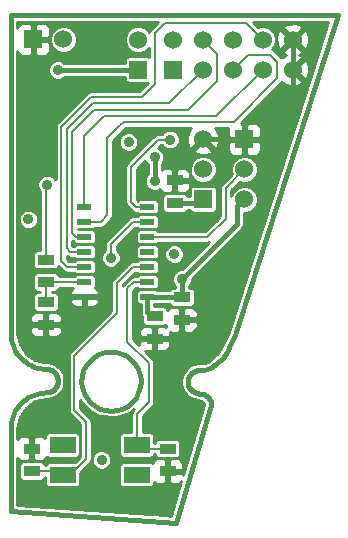
<source format=gtl>
G04 (created by PCBNEW-RS274X (2012-01-19 BZR 3256)-stable) date 21-08-2012 21:20:30*
G01*
G70*
G90*
%MOIN*%
G04 Gerber Fmt 3.4, Leading zero omitted, Abs format*
%FSLAX34Y34*%
G04 APERTURE LIST*
%ADD10C,0.006000*%
%ADD11C,0.015000*%
%ADD12R,0.055000X0.035000*%
%ADD13R,0.060000X0.060000*%
%ADD14C,0.060000*%
%ADD15R,0.086600X0.055100*%
%ADD16R,0.045000X0.020000*%
%ADD17C,0.035000*%
%ADD18C,0.016000*%
%ADD19C,0.008000*%
%ADD20C,0.010000*%
G04 APERTURE END LIST*
G54D10*
G54D11*
X50413Y-33996D02*
X50610Y-33819D01*
X50256Y-34114D02*
X50413Y-33996D01*
X50197Y-34154D02*
X50256Y-34114D01*
X50098Y-34193D02*
X50197Y-34154D01*
X49980Y-34213D02*
X50098Y-34193D01*
X49843Y-34213D02*
X49980Y-34213D01*
X50768Y-33602D02*
X50610Y-33819D01*
X50906Y-33327D02*
X50768Y-33602D01*
X51024Y-33031D02*
X50906Y-33327D01*
X49843Y-34212D02*
X49809Y-34214D01*
X49775Y-34218D01*
X49742Y-34226D01*
X49709Y-34236D01*
X49677Y-34249D01*
X49647Y-34265D01*
X49618Y-34284D01*
X49590Y-34305D01*
X49565Y-34328D01*
X49542Y-34353D01*
X49521Y-34381D01*
X49502Y-34410D01*
X49486Y-34440D01*
X49473Y-34472D01*
X49463Y-34505D01*
X49455Y-34538D01*
X49451Y-34572D01*
X49449Y-34606D01*
X50237Y-35394D02*
X50235Y-35360D01*
X50231Y-35326D01*
X50223Y-35293D01*
X50213Y-35260D01*
X50200Y-35228D01*
X50184Y-35198D01*
X50165Y-35169D01*
X50144Y-35141D01*
X50121Y-35116D01*
X50096Y-35093D01*
X50068Y-35072D01*
X50040Y-35053D01*
X50009Y-35037D01*
X49977Y-35024D01*
X49944Y-35014D01*
X49911Y-35006D01*
X49877Y-35002D01*
X49843Y-35000D01*
X49449Y-34606D02*
X49451Y-34640D01*
X49455Y-34674D01*
X49463Y-34707D01*
X49473Y-34740D01*
X49486Y-34772D01*
X49502Y-34802D01*
X49521Y-34831D01*
X49542Y-34859D01*
X49565Y-34884D01*
X49590Y-34907D01*
X49618Y-34928D01*
X49647Y-34947D01*
X49677Y-34963D01*
X49709Y-34976D01*
X49742Y-34986D01*
X49775Y-34994D01*
X49809Y-34998D01*
X49843Y-35000D01*
X44724Y-34961D02*
X44622Y-34966D01*
X44519Y-34979D01*
X44419Y-35002D01*
X44321Y-35033D01*
X44225Y-35072D01*
X44134Y-35120D01*
X44047Y-35175D01*
X43965Y-35238D01*
X43889Y-35307D01*
X43820Y-35383D01*
X43757Y-35465D01*
X43702Y-35552D01*
X43654Y-35643D01*
X43615Y-35739D01*
X43584Y-35837D01*
X43561Y-35937D01*
X43548Y-36040D01*
X43543Y-36142D01*
X44724Y-34961D02*
X44758Y-34959D01*
X44792Y-34955D01*
X44825Y-34947D01*
X44858Y-34937D01*
X44890Y-34924D01*
X44921Y-34908D01*
X44949Y-34889D01*
X44977Y-34868D01*
X45002Y-34845D01*
X45025Y-34820D01*
X45046Y-34792D01*
X45065Y-34763D01*
X45081Y-34733D01*
X45094Y-34701D01*
X45104Y-34668D01*
X45112Y-34635D01*
X45116Y-34601D01*
X45118Y-34567D01*
X45118Y-34567D02*
X45116Y-34533D01*
X45112Y-34499D01*
X45104Y-34466D01*
X45094Y-34433D01*
X45081Y-34401D01*
X45065Y-34371D01*
X45046Y-34342D01*
X45025Y-34314D01*
X45002Y-34289D01*
X44977Y-34266D01*
X44949Y-34245D01*
X44921Y-34226D01*
X44890Y-34210D01*
X44858Y-34197D01*
X44825Y-34187D01*
X44792Y-34179D01*
X44758Y-34175D01*
X44724Y-34173D01*
X43543Y-32992D02*
X43548Y-33094D01*
X43561Y-33197D01*
X43584Y-33297D01*
X43615Y-33395D01*
X43654Y-33491D01*
X43702Y-33582D01*
X43757Y-33669D01*
X43820Y-33751D01*
X43889Y-33827D01*
X43965Y-33896D01*
X44047Y-33959D01*
X44134Y-34014D01*
X44225Y-34062D01*
X44321Y-34101D01*
X44419Y-34132D01*
X44519Y-34155D01*
X44622Y-34168D01*
X44724Y-34173D01*
X51024Y-33031D02*
X54449Y-22382D01*
X43543Y-32992D02*
X43543Y-22382D01*
X43543Y-22382D02*
X54449Y-22382D01*
X47878Y-34587D02*
X47859Y-34778D01*
X47803Y-34963D01*
X47712Y-35133D01*
X47591Y-35283D01*
X47442Y-35406D01*
X47272Y-35497D01*
X47088Y-35554D01*
X46896Y-35574D01*
X46705Y-35557D01*
X46520Y-35503D01*
X46350Y-35413D01*
X46199Y-35292D01*
X46075Y-35145D01*
X45982Y-34976D01*
X45924Y-34792D01*
X45903Y-34600D01*
X45919Y-34409D01*
X45972Y-34224D01*
X46060Y-34052D01*
X46180Y-33901D01*
X46327Y-33776D01*
X46495Y-33682D01*
X46678Y-33623D01*
X46870Y-33600D01*
X47061Y-33615D01*
X47247Y-33666D01*
X47419Y-33753D01*
X47571Y-33872D01*
X47697Y-34018D01*
X47792Y-34186D01*
X47853Y-34369D01*
X47877Y-34560D01*
X47878Y-34587D01*
X50236Y-35394D02*
X49055Y-39311D01*
X43543Y-38917D02*
X43543Y-36102D01*
X43543Y-38917D02*
X49055Y-39311D01*
G54D12*
X44252Y-36830D03*
X44252Y-37580D03*
X49016Y-28643D03*
X49016Y-27893D03*
X48346Y-32420D03*
X48346Y-33170D03*
X49252Y-31790D03*
X49252Y-32540D03*
X48780Y-37580D03*
X48780Y-36830D03*
X44724Y-30531D03*
X44724Y-31281D03*
X44724Y-31948D03*
X44724Y-32698D03*
G54D13*
X44303Y-23189D03*
G54D14*
X45303Y-23189D03*
G54D13*
X51339Y-26520D03*
G54D14*
X51339Y-27520D03*
X51339Y-28520D03*
G54D15*
X45276Y-37698D03*
X47756Y-37698D03*
X45276Y-36714D03*
X47756Y-36714D03*
G54D16*
X48108Y-31776D03*
X48108Y-31276D03*
X48108Y-30776D03*
X48108Y-30276D03*
X48108Y-29776D03*
X48108Y-29276D03*
X48108Y-28776D03*
X46008Y-28776D03*
X46008Y-29276D03*
X46008Y-29776D03*
X46008Y-30276D03*
X46008Y-30776D03*
X46008Y-31276D03*
X46008Y-31776D03*
G54D13*
X49961Y-28520D03*
G54D14*
X49961Y-27520D03*
X49961Y-26520D03*
G54D13*
X47795Y-24201D03*
G54D14*
X47795Y-23201D03*
G54D13*
X48945Y-24201D03*
G54D14*
X48945Y-23201D03*
X49945Y-24201D03*
X49945Y-23201D03*
X50945Y-24201D03*
X50945Y-23201D03*
X51945Y-24201D03*
X51945Y-23201D03*
X52945Y-24201D03*
X52945Y-23201D03*
G54D17*
X47480Y-26614D03*
X46575Y-37205D03*
X44134Y-29193D03*
X48996Y-30354D03*
X48346Y-27913D03*
X49252Y-31181D03*
X48346Y-27126D03*
X45118Y-24213D03*
X48858Y-26535D03*
X44764Y-28031D03*
X46890Y-30472D03*
G54D18*
X48247Y-32420D02*
X48108Y-32281D01*
X48346Y-27913D02*
X48346Y-27126D01*
X48346Y-32420D02*
X48247Y-32420D01*
X51102Y-29331D02*
X51102Y-28757D01*
X50866Y-29567D02*
X51102Y-29331D01*
X49252Y-31790D02*
X48122Y-31790D01*
X49252Y-31181D02*
X49252Y-31790D01*
X51102Y-28757D02*
X51339Y-28520D01*
X48122Y-31790D02*
X48108Y-31776D01*
X49252Y-31181D02*
X50866Y-29567D01*
X48108Y-32281D02*
X48108Y-31776D01*
G54D19*
X44729Y-31276D02*
X44724Y-31281D01*
X44724Y-31948D02*
X44724Y-31281D01*
X46008Y-31276D02*
X44729Y-31276D01*
X45418Y-30157D02*
X45418Y-26181D01*
X48831Y-25315D02*
X49945Y-24201D01*
X46772Y-25315D02*
X48831Y-25315D01*
X45537Y-30276D02*
X45418Y-30157D01*
X46008Y-30276D02*
X45537Y-30276D01*
X45433Y-26181D02*
X46299Y-25315D01*
X46299Y-25315D02*
X46772Y-25315D01*
X45418Y-26181D02*
X45433Y-26181D01*
G54D18*
X47795Y-24201D02*
X45130Y-24201D01*
X45130Y-24201D02*
X45118Y-24213D01*
G54D19*
X47008Y-25551D02*
X46339Y-25551D01*
X45600Y-26290D02*
X46339Y-25551D01*
X45600Y-26299D02*
X45600Y-29646D01*
X46008Y-29776D02*
X45730Y-29776D01*
X49449Y-25551D02*
X50433Y-24567D01*
X45600Y-26299D02*
X45600Y-26290D01*
X45730Y-29776D02*
X45600Y-29646D01*
X47008Y-25551D02*
X49449Y-25551D01*
X50433Y-24567D02*
X50433Y-23689D01*
X50433Y-23689D02*
X49945Y-23201D01*
G54D18*
X52945Y-25520D02*
X52551Y-25914D01*
X52945Y-24201D02*
X52945Y-25520D01*
X49961Y-26520D02*
X51339Y-26520D01*
X49016Y-27465D02*
X49961Y-26520D01*
X49016Y-27893D02*
X49016Y-27465D01*
X52551Y-25914D02*
X51945Y-26520D01*
X51945Y-26520D02*
X51339Y-26520D01*
X52945Y-23201D02*
X52945Y-24201D01*
G54D19*
X47795Y-25118D02*
X47914Y-25118D01*
X45540Y-30776D02*
X45421Y-30776D01*
X45421Y-30776D02*
X45236Y-30591D01*
X47914Y-25118D02*
X48346Y-24686D01*
X48346Y-24686D02*
X48346Y-22992D01*
X51382Y-22638D02*
X51945Y-23201D01*
X45236Y-30591D02*
X45236Y-26102D01*
X46008Y-30776D02*
X45540Y-30776D01*
X45236Y-26102D02*
X46220Y-25118D01*
X46220Y-25118D02*
X47795Y-25118D01*
X48700Y-22638D02*
X51382Y-22638D01*
X48346Y-22992D02*
X48700Y-22638D01*
X46024Y-26377D02*
X46614Y-25787D01*
X47441Y-25748D02*
X47087Y-25748D01*
X46615Y-25787D02*
X46654Y-25748D01*
X46008Y-28776D02*
X46008Y-26394D01*
X46614Y-25787D02*
X46615Y-25787D01*
X46008Y-26394D02*
X46024Y-26378D01*
X46654Y-25748D02*
X47087Y-25748D01*
X50398Y-25748D02*
X51945Y-24201D01*
X46024Y-26378D02*
X46024Y-26377D01*
X47441Y-25748D02*
X50398Y-25748D01*
X48465Y-26535D02*
X48858Y-26535D01*
X48108Y-28776D02*
X47713Y-28776D01*
X47713Y-28776D02*
X47559Y-28622D01*
X47559Y-27441D02*
X48465Y-26535D01*
X48465Y-26535D02*
X48465Y-26535D01*
X47559Y-28622D02*
X47559Y-27441D01*
X45158Y-37580D02*
X45276Y-37698D01*
X45670Y-33740D02*
X45670Y-35551D01*
X47610Y-30776D02*
X48108Y-30776D01*
X44252Y-37580D02*
X45158Y-37580D01*
X47087Y-31299D02*
X47610Y-30776D01*
X46063Y-37165D02*
X46063Y-35945D01*
X45530Y-37698D02*
X46063Y-37165D01*
X45276Y-37698D02*
X45530Y-37698D01*
X45670Y-35552D02*
X46063Y-35945D01*
X47087Y-32323D02*
X47087Y-31299D01*
X45670Y-35551D02*
X45670Y-35552D01*
X45158Y-37580D02*
X45276Y-37698D01*
X45670Y-33740D02*
X47087Y-32323D01*
X48150Y-33976D02*
X47441Y-33267D01*
X47441Y-33267D02*
X47441Y-31496D01*
X47661Y-31276D02*
X48108Y-31276D01*
X47756Y-35670D02*
X48150Y-35276D01*
X47441Y-31496D02*
X47661Y-31276D01*
X47872Y-36830D02*
X47756Y-36714D01*
X48150Y-35276D02*
X48150Y-33976D01*
X47756Y-36714D02*
X47756Y-35670D01*
X47872Y-36830D02*
X47756Y-36714D01*
X48780Y-36830D02*
X47872Y-36830D01*
X50709Y-29173D02*
X50709Y-28150D01*
X48108Y-29776D02*
X50106Y-29776D01*
X50106Y-29776D02*
X50709Y-29173D01*
X50709Y-28150D02*
X51339Y-27520D01*
X52441Y-24488D02*
X52441Y-23937D01*
X46551Y-29276D02*
X46772Y-29055D01*
X47205Y-26063D02*
X47323Y-25945D01*
X47323Y-25945D02*
X47638Y-25945D01*
X46008Y-29276D02*
X46551Y-29276D01*
X52441Y-23937D02*
X52205Y-23701D01*
X47638Y-25945D02*
X50984Y-25945D01*
X52205Y-23701D02*
X51445Y-23701D01*
X51445Y-23701D02*
X50945Y-24201D01*
X46772Y-26535D02*
X46772Y-26496D01*
X50984Y-25945D02*
X52441Y-24488D01*
X46772Y-26496D02*
X47205Y-26063D01*
X46772Y-26535D02*
X46772Y-29055D01*
G54D18*
X49016Y-28643D02*
X49838Y-28643D01*
X49838Y-28643D02*
X49961Y-28520D01*
G54D19*
X44724Y-28071D02*
X44724Y-29567D01*
X44724Y-30531D02*
X44724Y-29567D01*
X44724Y-28071D02*
X44764Y-28031D01*
X47614Y-29276D02*
X46890Y-30000D01*
X48108Y-29276D02*
X47614Y-29276D01*
X46890Y-30000D02*
X46890Y-30472D01*
G54D10*
G36*
X54134Y-22607D02*
X53488Y-24619D01*
X53488Y-24280D01*
X53488Y-23280D01*
X53477Y-23067D01*
X53417Y-22920D01*
X53323Y-22893D01*
X53253Y-22963D01*
X53253Y-22823D01*
X53226Y-22729D01*
X53024Y-22658D01*
X52811Y-22669D01*
X52664Y-22729D01*
X52637Y-22823D01*
X52945Y-23130D01*
X53253Y-22823D01*
X53253Y-22963D01*
X53016Y-23201D01*
X53323Y-23509D01*
X53417Y-23482D01*
X53488Y-23280D01*
X53488Y-24280D01*
X53477Y-24067D01*
X53417Y-23920D01*
X53323Y-23893D01*
X53253Y-23963D01*
X53016Y-24201D01*
X53323Y-24509D01*
X53417Y-24482D01*
X53488Y-24280D01*
X53488Y-24619D01*
X53253Y-25351D01*
X51889Y-29599D01*
X51889Y-26632D01*
X51889Y-26408D01*
X51888Y-26171D01*
X51850Y-26079D01*
X51780Y-26009D01*
X51689Y-25971D01*
X51590Y-25971D01*
X51451Y-25970D01*
X51389Y-26032D01*
X51389Y-26470D01*
X51827Y-26470D01*
X51889Y-26408D01*
X51889Y-26632D01*
X51827Y-26570D01*
X51389Y-26570D01*
X51389Y-27008D01*
X51451Y-27070D01*
X51590Y-27069D01*
X51689Y-27069D01*
X51780Y-27031D01*
X51850Y-26961D01*
X51888Y-26869D01*
X51889Y-26632D01*
X51889Y-29599D01*
X51788Y-29914D01*
X51788Y-28610D01*
X51788Y-28431D01*
X51720Y-28266D01*
X51594Y-28140D01*
X51429Y-28071D01*
X51250Y-28071D01*
X51085Y-28139D01*
X50959Y-28265D01*
X50899Y-28408D01*
X50899Y-28228D01*
X51185Y-27942D01*
X51249Y-27969D01*
X51428Y-27969D01*
X51593Y-27901D01*
X51719Y-27775D01*
X51788Y-27610D01*
X51788Y-27431D01*
X51720Y-27266D01*
X51594Y-27140D01*
X51429Y-27071D01*
X51289Y-27071D01*
X51289Y-27008D01*
X51289Y-26570D01*
X50851Y-26570D01*
X50789Y-26632D01*
X50790Y-26869D01*
X50828Y-26961D01*
X50898Y-27031D01*
X50989Y-27069D01*
X51088Y-27069D01*
X51227Y-27070D01*
X51289Y-27008D01*
X51289Y-27071D01*
X51250Y-27071D01*
X51085Y-27139D01*
X50959Y-27265D01*
X50890Y-27430D01*
X50890Y-27609D01*
X50916Y-27673D01*
X50575Y-28016D01*
X50533Y-28077D01*
X50519Y-28150D01*
X50519Y-29094D01*
X50504Y-29109D01*
X50410Y-29203D01*
X50410Y-28849D01*
X50410Y-28790D01*
X50410Y-28190D01*
X50410Y-27610D01*
X50410Y-27431D01*
X50342Y-27266D01*
X50269Y-27193D01*
X50269Y-26898D01*
X49961Y-26591D01*
X49890Y-26661D01*
X49653Y-26898D01*
X49680Y-26992D01*
X49882Y-27063D01*
X50095Y-27052D01*
X50242Y-26992D01*
X50269Y-26898D01*
X50269Y-27193D01*
X50216Y-27140D01*
X50051Y-27071D01*
X49872Y-27071D01*
X49707Y-27139D01*
X49581Y-27265D01*
X49512Y-27430D01*
X49512Y-27601D01*
X49502Y-27577D01*
X49432Y-27507D01*
X49341Y-27469D01*
X49242Y-27469D01*
X49183Y-27468D01*
X49183Y-26600D01*
X49183Y-26471D01*
X49134Y-26351D01*
X49043Y-26260D01*
X48923Y-26210D01*
X48794Y-26210D01*
X48674Y-26259D01*
X48588Y-26345D01*
X48465Y-26345D01*
X48392Y-26359D01*
X48330Y-26401D01*
X47805Y-26926D01*
X47805Y-26679D01*
X47805Y-26550D01*
X47756Y-26430D01*
X47665Y-26339D01*
X47545Y-26289D01*
X47416Y-26289D01*
X47296Y-26338D01*
X47205Y-26429D01*
X47155Y-26549D01*
X47155Y-26678D01*
X47204Y-26798D01*
X47295Y-26889D01*
X47415Y-26939D01*
X47544Y-26939D01*
X47664Y-26890D01*
X47755Y-26799D01*
X47805Y-26679D01*
X47805Y-26926D01*
X47425Y-27307D01*
X47383Y-27368D01*
X47369Y-27441D01*
X47369Y-28622D01*
X47383Y-28695D01*
X47425Y-28756D01*
X47578Y-28910D01*
X47579Y-28910D01*
X47640Y-28952D01*
X47712Y-28965D01*
X47713Y-28966D01*
X47762Y-28966D01*
X47799Y-29003D01*
X47854Y-29025D01*
X47913Y-29025D01*
X48363Y-29025D01*
X48418Y-29002D01*
X48460Y-28960D01*
X48482Y-28905D01*
X48482Y-28846D01*
X48482Y-28646D01*
X48459Y-28591D01*
X48417Y-28549D01*
X48362Y-28527D01*
X48303Y-28527D01*
X47853Y-28527D01*
X47798Y-28550D01*
X47776Y-28571D01*
X47749Y-28543D01*
X47749Y-27519D01*
X48037Y-27230D01*
X48070Y-27310D01*
X48116Y-27356D01*
X48116Y-27683D01*
X48071Y-27728D01*
X48021Y-27848D01*
X48021Y-27977D01*
X48070Y-28097D01*
X48161Y-28188D01*
X48281Y-28238D01*
X48410Y-28238D01*
X48522Y-28191D01*
X48530Y-28209D01*
X48600Y-28279D01*
X48691Y-28317D01*
X48790Y-28317D01*
X48904Y-28318D01*
X48966Y-28256D01*
X48966Y-27993D01*
X48966Y-27943D01*
X48966Y-27843D01*
X48966Y-27793D01*
X48966Y-27530D01*
X48904Y-27468D01*
X48790Y-27469D01*
X48691Y-27469D01*
X48600Y-27507D01*
X48576Y-27531D01*
X48576Y-27356D01*
X48621Y-27311D01*
X48671Y-27191D01*
X48671Y-27062D01*
X48622Y-26942D01*
X48531Y-26851D01*
X48451Y-26817D01*
X48543Y-26725D01*
X48588Y-26725D01*
X48673Y-26810D01*
X48793Y-26860D01*
X48922Y-26860D01*
X49042Y-26811D01*
X49133Y-26720D01*
X49183Y-26600D01*
X49183Y-27468D01*
X49128Y-27468D01*
X49066Y-27530D01*
X49066Y-27843D01*
X49479Y-27843D01*
X49541Y-27781D01*
X49540Y-27677D01*
X49580Y-27774D01*
X49706Y-27900D01*
X49871Y-27969D01*
X50050Y-27969D01*
X50215Y-27901D01*
X50341Y-27775D01*
X50410Y-27610D01*
X50410Y-28190D01*
X50387Y-28135D01*
X50345Y-28093D01*
X50290Y-28071D01*
X50231Y-28071D01*
X49631Y-28071D01*
X49576Y-28094D01*
X49541Y-28129D01*
X49541Y-28005D01*
X49479Y-27943D01*
X49066Y-27943D01*
X49066Y-28256D01*
X49128Y-28318D01*
X49242Y-28317D01*
X49341Y-28317D01*
X49432Y-28279D01*
X49502Y-28209D01*
X49540Y-28117D01*
X49541Y-28005D01*
X49541Y-28129D01*
X49534Y-28136D01*
X49512Y-28191D01*
X49512Y-28250D01*
X49512Y-28413D01*
X49429Y-28413D01*
X49417Y-28383D01*
X49375Y-28341D01*
X49320Y-28319D01*
X49261Y-28319D01*
X48711Y-28319D01*
X48656Y-28342D01*
X48614Y-28384D01*
X48592Y-28439D01*
X48592Y-28498D01*
X48592Y-28848D01*
X48615Y-28903D01*
X48657Y-28945D01*
X48712Y-28967D01*
X48771Y-28967D01*
X49321Y-28967D01*
X49376Y-28944D01*
X49418Y-28902D01*
X49429Y-28873D01*
X49521Y-28873D01*
X49535Y-28905D01*
X49577Y-28947D01*
X49632Y-28969D01*
X49691Y-28969D01*
X50291Y-28969D01*
X50346Y-28946D01*
X50388Y-28904D01*
X50410Y-28849D01*
X50410Y-29203D01*
X50027Y-29586D01*
X48482Y-29586D01*
X48482Y-29405D01*
X48482Y-29346D01*
X48482Y-29146D01*
X48459Y-29091D01*
X48417Y-29049D01*
X48362Y-29027D01*
X48303Y-29027D01*
X47853Y-29027D01*
X47798Y-29050D01*
X47762Y-29086D01*
X47614Y-29086D01*
X47541Y-29100D01*
X47504Y-29125D01*
X47479Y-29142D01*
X46756Y-29866D01*
X46714Y-29927D01*
X46700Y-30000D01*
X46700Y-30202D01*
X46615Y-30287D01*
X46565Y-30407D01*
X46565Y-30536D01*
X46614Y-30656D01*
X46705Y-30747D01*
X46825Y-30797D01*
X46954Y-30797D01*
X47074Y-30748D01*
X47165Y-30657D01*
X47215Y-30537D01*
X47215Y-30408D01*
X47166Y-30288D01*
X47080Y-30202D01*
X47080Y-30078D01*
X47692Y-29466D01*
X47762Y-29466D01*
X47799Y-29503D01*
X47854Y-29525D01*
X47913Y-29525D01*
X48363Y-29525D01*
X48418Y-29502D01*
X48460Y-29460D01*
X48482Y-29405D01*
X48482Y-29586D01*
X48454Y-29586D01*
X48417Y-29549D01*
X48362Y-29527D01*
X48303Y-29527D01*
X47853Y-29527D01*
X47798Y-29550D01*
X47756Y-29592D01*
X47734Y-29647D01*
X47734Y-29706D01*
X47734Y-29906D01*
X47757Y-29961D01*
X47799Y-30003D01*
X47854Y-30025D01*
X47913Y-30025D01*
X48363Y-30025D01*
X48418Y-30002D01*
X48454Y-29966D01*
X50106Y-29966D01*
X50150Y-29957D01*
X49321Y-30786D01*
X49321Y-30419D01*
X49321Y-30290D01*
X49272Y-30170D01*
X49181Y-30079D01*
X49061Y-30029D01*
X48932Y-30029D01*
X48812Y-30078D01*
X48721Y-30169D01*
X48671Y-30289D01*
X48671Y-30418D01*
X48720Y-30538D01*
X48811Y-30629D01*
X48931Y-30679D01*
X49060Y-30679D01*
X49180Y-30630D01*
X49271Y-30539D01*
X49321Y-30419D01*
X49321Y-30786D01*
X49251Y-30856D01*
X49188Y-30856D01*
X49068Y-30905D01*
X48977Y-30996D01*
X48927Y-31116D01*
X48927Y-31245D01*
X48976Y-31365D01*
X49022Y-31411D01*
X49022Y-31466D01*
X48947Y-31466D01*
X48892Y-31489D01*
X48850Y-31531D01*
X48838Y-31560D01*
X48428Y-31560D01*
X48417Y-31549D01*
X48362Y-31527D01*
X48303Y-31527D01*
X47853Y-31527D01*
X47798Y-31550D01*
X47756Y-31592D01*
X47734Y-31647D01*
X47734Y-31706D01*
X47734Y-31906D01*
X47757Y-31961D01*
X47799Y-32003D01*
X47854Y-32025D01*
X47878Y-32025D01*
X47878Y-32276D01*
X47877Y-32281D01*
X47896Y-32369D01*
X47922Y-32408D01*
X47922Y-32625D01*
X47945Y-32680D01*
X47987Y-32722D01*
X48042Y-32744D01*
X48101Y-32744D01*
X48651Y-32744D01*
X48706Y-32721D01*
X48727Y-32699D01*
X48728Y-32764D01*
X48730Y-32771D01*
X48671Y-32746D01*
X48572Y-32746D01*
X48458Y-32745D01*
X48396Y-32807D01*
X48396Y-33120D01*
X48809Y-33120D01*
X48871Y-33058D01*
X48870Y-32946D01*
X48867Y-32938D01*
X48927Y-32964D01*
X49026Y-32964D01*
X49140Y-32965D01*
X49202Y-32903D01*
X49202Y-32640D01*
X49202Y-32590D01*
X49202Y-32490D01*
X49202Y-32440D01*
X49202Y-32177D01*
X49140Y-32115D01*
X49026Y-32116D01*
X48927Y-32116D01*
X48836Y-32154D01*
X48770Y-32220D01*
X48770Y-32215D01*
X48747Y-32160D01*
X48705Y-32118D01*
X48650Y-32096D01*
X48591Y-32096D01*
X48338Y-32096D01*
X48338Y-32025D01*
X48363Y-32025D01*
X48374Y-32020D01*
X48838Y-32020D01*
X48851Y-32050D01*
X48893Y-32092D01*
X48948Y-32114D01*
X49007Y-32114D01*
X49557Y-32114D01*
X49612Y-32091D01*
X49654Y-32049D01*
X49676Y-31994D01*
X49676Y-31935D01*
X49676Y-31585D01*
X49653Y-31530D01*
X49611Y-31488D01*
X49556Y-31466D01*
X49497Y-31466D01*
X49482Y-31466D01*
X49482Y-31411D01*
X49527Y-31366D01*
X49577Y-31246D01*
X49577Y-31181D01*
X51026Y-29731D01*
X51028Y-29730D01*
X51029Y-29730D01*
X51262Y-29495D01*
X51264Y-29494D01*
X51265Y-29494D01*
X51314Y-29419D01*
X51332Y-29332D01*
X51331Y-29331D01*
X51332Y-29331D01*
X51332Y-28969D01*
X51428Y-28969D01*
X51593Y-28901D01*
X51719Y-28775D01*
X51788Y-28610D01*
X51788Y-29914D01*
X50812Y-32954D01*
X50702Y-33229D01*
X50574Y-33485D01*
X50440Y-33668D01*
X50274Y-33818D01*
X50121Y-33934D01*
X50120Y-33934D01*
X50092Y-33953D01*
X50040Y-33974D01*
X49959Y-33988D01*
X49843Y-33988D01*
X49822Y-33992D01*
X49798Y-33992D01*
X49777Y-33996D01*
X49777Y-32652D01*
X49777Y-32428D01*
X49776Y-32316D01*
X49738Y-32224D01*
X49668Y-32154D01*
X49577Y-32116D01*
X49478Y-32116D01*
X49364Y-32115D01*
X49302Y-32177D01*
X49302Y-32490D01*
X49715Y-32490D01*
X49777Y-32428D01*
X49777Y-32652D01*
X49715Y-32590D01*
X49302Y-32590D01*
X49302Y-32903D01*
X49364Y-32965D01*
X49478Y-32964D01*
X49577Y-32964D01*
X49668Y-32926D01*
X49738Y-32856D01*
X49776Y-32764D01*
X49777Y-32652D01*
X49777Y-33996D01*
X49648Y-34021D01*
X49567Y-34055D01*
X49439Y-34140D01*
X49377Y-34201D01*
X49376Y-34202D01*
X49376Y-34203D01*
X49292Y-34330D01*
X49291Y-34330D01*
X49291Y-34331D01*
X49258Y-34412D01*
X49228Y-34562D01*
X49228Y-34650D01*
X49258Y-34800D01*
X49291Y-34881D01*
X49292Y-34882D01*
X49376Y-35009D01*
X49377Y-35011D01*
X49438Y-35071D01*
X49439Y-35072D01*
X49567Y-35157D01*
X49648Y-35191D01*
X49795Y-35219D01*
X49798Y-35220D01*
X49799Y-35221D01*
X49906Y-35241D01*
X49959Y-35277D01*
X49994Y-35330D01*
X50005Y-35384D01*
X49304Y-37705D01*
X49305Y-37692D01*
X49305Y-37468D01*
X49304Y-37356D01*
X49266Y-37264D01*
X49204Y-37202D01*
X49204Y-37034D01*
X49204Y-36975D01*
X49204Y-36625D01*
X49181Y-36570D01*
X49139Y-36528D01*
X49084Y-36506D01*
X49025Y-36506D01*
X48871Y-36506D01*
X48871Y-33282D01*
X48809Y-33220D01*
X48396Y-33220D01*
X48396Y-33533D01*
X48458Y-33595D01*
X48572Y-33594D01*
X48671Y-33594D01*
X48762Y-33556D01*
X48832Y-33486D01*
X48870Y-33394D01*
X48871Y-33282D01*
X48871Y-36506D01*
X48475Y-36506D01*
X48420Y-36529D01*
X48378Y-36571D01*
X48356Y-36626D01*
X48356Y-36640D01*
X48338Y-36640D01*
X48338Y-36409D01*
X48315Y-36354D01*
X48273Y-36312D01*
X48218Y-36290D01*
X48159Y-36290D01*
X47946Y-36290D01*
X47946Y-35748D01*
X48284Y-35410D01*
X48326Y-35349D01*
X48339Y-35276D01*
X48340Y-35276D01*
X48340Y-33976D01*
X48326Y-33903D01*
X48284Y-33842D01*
X48284Y-33841D01*
X48036Y-33594D01*
X48120Y-33594D01*
X48234Y-33595D01*
X48296Y-33533D01*
X48296Y-33220D01*
X48296Y-33120D01*
X48296Y-32807D01*
X48234Y-32745D01*
X48120Y-32746D01*
X48021Y-32746D01*
X47930Y-32784D01*
X47860Y-32854D01*
X47822Y-32946D01*
X47821Y-33058D01*
X47883Y-33120D01*
X48296Y-33120D01*
X48296Y-33220D01*
X47883Y-33220D01*
X47821Y-33282D01*
X47821Y-33379D01*
X47631Y-33188D01*
X47631Y-31574D01*
X47739Y-31466D01*
X47762Y-31466D01*
X47799Y-31503D01*
X47854Y-31525D01*
X47913Y-31525D01*
X48363Y-31525D01*
X48418Y-31502D01*
X48460Y-31460D01*
X48482Y-31405D01*
X48482Y-31346D01*
X48482Y-31146D01*
X48459Y-31091D01*
X48417Y-31049D01*
X48362Y-31027D01*
X48303Y-31027D01*
X47853Y-31027D01*
X47798Y-31050D01*
X47762Y-31086D01*
X47661Y-31086D01*
X47588Y-31100D01*
X47527Y-31142D01*
X47307Y-31362D01*
X47277Y-31405D01*
X47277Y-31377D01*
X47688Y-30966D01*
X47762Y-30966D01*
X47799Y-31003D01*
X47854Y-31025D01*
X47913Y-31025D01*
X48363Y-31025D01*
X48418Y-31002D01*
X48460Y-30960D01*
X48482Y-30905D01*
X48482Y-30846D01*
X48482Y-30646D01*
X48482Y-30405D01*
X48482Y-30346D01*
X48482Y-30146D01*
X48459Y-30091D01*
X48417Y-30049D01*
X48362Y-30027D01*
X48303Y-30027D01*
X47853Y-30027D01*
X47798Y-30050D01*
X47756Y-30092D01*
X47734Y-30147D01*
X47734Y-30206D01*
X47734Y-30406D01*
X47757Y-30461D01*
X47799Y-30503D01*
X47854Y-30525D01*
X47913Y-30525D01*
X48363Y-30525D01*
X48418Y-30502D01*
X48460Y-30460D01*
X48482Y-30405D01*
X48482Y-30646D01*
X48459Y-30591D01*
X48417Y-30549D01*
X48362Y-30527D01*
X48303Y-30527D01*
X47853Y-30527D01*
X47798Y-30550D01*
X47762Y-30586D01*
X47610Y-30586D01*
X47537Y-30600D01*
X47475Y-30642D01*
X46953Y-31165D01*
X46911Y-31226D01*
X46897Y-31299D01*
X46897Y-32244D01*
X46483Y-32658D01*
X46483Y-31888D01*
X46483Y-31664D01*
X46482Y-31627D01*
X46444Y-31535D01*
X46374Y-31465D01*
X46360Y-31459D01*
X46382Y-31405D01*
X46382Y-31346D01*
X46382Y-31146D01*
X46359Y-31091D01*
X46317Y-31049D01*
X46262Y-31027D01*
X46203Y-31027D01*
X45753Y-31027D01*
X45698Y-31050D01*
X45662Y-31086D01*
X45148Y-31086D01*
X45148Y-31076D01*
X45125Y-31021D01*
X45083Y-30979D01*
X45028Y-30957D01*
X44969Y-30957D01*
X44419Y-30957D01*
X44364Y-30980D01*
X44322Y-31022D01*
X44300Y-31077D01*
X44300Y-31136D01*
X44300Y-31486D01*
X44323Y-31541D01*
X44365Y-31583D01*
X44420Y-31605D01*
X44479Y-31605D01*
X44534Y-31605D01*
X44534Y-31624D01*
X44419Y-31624D01*
X44364Y-31647D01*
X44322Y-31689D01*
X44300Y-31744D01*
X44300Y-31803D01*
X44300Y-32153D01*
X44323Y-32208D01*
X44365Y-32250D01*
X44420Y-32272D01*
X44479Y-32272D01*
X45029Y-32272D01*
X45084Y-32249D01*
X45126Y-32207D01*
X45148Y-32152D01*
X45148Y-32093D01*
X45148Y-31743D01*
X45125Y-31688D01*
X45083Y-31646D01*
X45028Y-31624D01*
X44969Y-31624D01*
X44914Y-31624D01*
X44914Y-31605D01*
X45029Y-31605D01*
X45084Y-31582D01*
X45126Y-31540D01*
X45148Y-31485D01*
X45148Y-31466D01*
X45641Y-31466D01*
X45572Y-31535D01*
X45534Y-31627D01*
X45533Y-31664D01*
X45595Y-31726D01*
X45908Y-31726D01*
X45958Y-31726D01*
X46058Y-31726D01*
X46108Y-31726D01*
X46421Y-31726D01*
X46483Y-31664D01*
X46483Y-31888D01*
X46421Y-31826D01*
X46058Y-31826D01*
X46058Y-32064D01*
X46120Y-32126D01*
X46184Y-32125D01*
X46283Y-32125D01*
X46374Y-32087D01*
X46444Y-32017D01*
X46482Y-31925D01*
X46483Y-31888D01*
X46483Y-32658D01*
X45958Y-33183D01*
X45958Y-32064D01*
X45958Y-31826D01*
X45595Y-31826D01*
X45533Y-31888D01*
X45534Y-31925D01*
X45572Y-32017D01*
X45642Y-32087D01*
X45733Y-32125D01*
X45832Y-32125D01*
X45896Y-32126D01*
X45958Y-32064D01*
X45958Y-33183D01*
X45536Y-33606D01*
X45494Y-33667D01*
X45480Y-33740D01*
X45480Y-35551D01*
X45480Y-35552D01*
X45494Y-35625D01*
X45536Y-35686D01*
X45873Y-36023D01*
X45873Y-37086D01*
X45858Y-37101D01*
X45858Y-37018D01*
X45858Y-36959D01*
X45858Y-36409D01*
X45835Y-36354D01*
X45793Y-36312D01*
X45738Y-36290D01*
X45679Y-36290D01*
X44813Y-36290D01*
X44758Y-36313D01*
X44716Y-36355D01*
X44694Y-36410D01*
X44694Y-36469D01*
X44694Y-36470D01*
X44668Y-36444D01*
X44577Y-36406D01*
X44478Y-36406D01*
X44364Y-36405D01*
X44302Y-36467D01*
X44302Y-36730D01*
X44302Y-36780D01*
X44302Y-36880D01*
X44302Y-36930D01*
X44302Y-37193D01*
X44364Y-37255D01*
X44478Y-37254D01*
X44577Y-37254D01*
X44668Y-37216D01*
X44738Y-37146D01*
X44752Y-37109D01*
X44759Y-37116D01*
X44814Y-37138D01*
X44873Y-37138D01*
X45739Y-37138D01*
X45794Y-37115D01*
X45836Y-37073D01*
X45858Y-37018D01*
X45858Y-37101D01*
X45685Y-37274D01*
X45679Y-37274D01*
X44813Y-37274D01*
X44758Y-37297D01*
X44716Y-37339D01*
X44695Y-37390D01*
X44676Y-37390D01*
X44676Y-37375D01*
X44653Y-37320D01*
X44611Y-37278D01*
X44556Y-37256D01*
X44497Y-37256D01*
X43947Y-37256D01*
X43892Y-37279D01*
X43850Y-37321D01*
X43828Y-37376D01*
X43828Y-37435D01*
X43828Y-37785D01*
X43851Y-37840D01*
X43893Y-37882D01*
X43948Y-37904D01*
X44007Y-37904D01*
X44557Y-37904D01*
X44612Y-37881D01*
X44654Y-37839D01*
X44676Y-37784D01*
X44676Y-37770D01*
X44694Y-37770D01*
X44694Y-38003D01*
X44717Y-38058D01*
X44759Y-38100D01*
X44814Y-38122D01*
X44873Y-38122D01*
X45739Y-38122D01*
X45794Y-38099D01*
X45836Y-38057D01*
X45858Y-38002D01*
X45858Y-37943D01*
X45858Y-37638D01*
X46197Y-37300D01*
X46197Y-37299D01*
X46239Y-37238D01*
X46250Y-37180D01*
X46250Y-37269D01*
X46299Y-37389D01*
X46390Y-37480D01*
X46510Y-37530D01*
X46639Y-37530D01*
X46759Y-37481D01*
X46850Y-37390D01*
X46900Y-37270D01*
X46900Y-37141D01*
X46851Y-37021D01*
X46760Y-36930D01*
X46640Y-36880D01*
X46511Y-36880D01*
X46391Y-36929D01*
X46300Y-37020D01*
X46253Y-37132D01*
X46253Y-35945D01*
X46252Y-35944D01*
X46239Y-35872D01*
X46197Y-35811D01*
X46197Y-35810D01*
X45860Y-35473D01*
X45860Y-35216D01*
X46090Y-35495D01*
X46158Y-35551D01*
X46162Y-35552D01*
X46496Y-35731D01*
X46497Y-35732D01*
X46498Y-35733D01*
X46556Y-35750D01*
X46581Y-35758D01*
X46581Y-35757D01*
X46582Y-35758D01*
X46966Y-35795D01*
X47053Y-35786D01*
X47421Y-35674D01*
X47422Y-35674D01*
X47423Y-35674D01*
X47499Y-35633D01*
X47500Y-35633D01*
X47643Y-35514D01*
X47622Y-35536D01*
X47580Y-35597D01*
X47566Y-35670D01*
X47566Y-36290D01*
X47293Y-36290D01*
X47238Y-36313D01*
X47196Y-36355D01*
X47174Y-36410D01*
X47174Y-36469D01*
X47174Y-37019D01*
X47197Y-37074D01*
X47239Y-37116D01*
X47294Y-37138D01*
X47353Y-37138D01*
X48219Y-37138D01*
X48274Y-37115D01*
X48316Y-37073D01*
X48337Y-37020D01*
X48356Y-37020D01*
X48356Y-37035D01*
X48379Y-37090D01*
X48421Y-37132D01*
X48476Y-37154D01*
X48535Y-37154D01*
X49085Y-37154D01*
X49140Y-37131D01*
X49182Y-37089D01*
X49204Y-37034D01*
X49204Y-37202D01*
X49196Y-37194D01*
X49105Y-37156D01*
X49006Y-37156D01*
X48892Y-37155D01*
X48830Y-37217D01*
X48830Y-37530D01*
X49243Y-37530D01*
X49305Y-37468D01*
X49305Y-37692D01*
X49243Y-37630D01*
X48830Y-37630D01*
X48830Y-37943D01*
X48892Y-38005D01*
X49006Y-38004D01*
X49105Y-38004D01*
X49196Y-37966D01*
X49239Y-37922D01*
X48891Y-39075D01*
X48730Y-39063D01*
X48730Y-37943D01*
X48730Y-37680D01*
X48730Y-37630D01*
X48730Y-37530D01*
X48730Y-37480D01*
X48730Y-37217D01*
X48668Y-37155D01*
X48554Y-37156D01*
X48455Y-37156D01*
X48364Y-37194D01*
X48294Y-37264D01*
X48278Y-37301D01*
X48273Y-37296D01*
X48218Y-37274D01*
X48159Y-37274D01*
X47293Y-37274D01*
X47238Y-37297D01*
X47196Y-37339D01*
X47174Y-37394D01*
X47174Y-37453D01*
X47174Y-38003D01*
X47197Y-38058D01*
X47239Y-38100D01*
X47294Y-38122D01*
X47353Y-38122D01*
X48219Y-38122D01*
X48274Y-38099D01*
X48316Y-38057D01*
X48338Y-38002D01*
X48338Y-37943D01*
X48338Y-37940D01*
X48364Y-37966D01*
X48455Y-38004D01*
X48554Y-38004D01*
X48668Y-38005D01*
X48730Y-37943D01*
X48730Y-39063D01*
X43768Y-38707D01*
X43768Y-37148D01*
X43836Y-37216D01*
X43927Y-37254D01*
X44026Y-37254D01*
X44140Y-37255D01*
X44202Y-37193D01*
X44202Y-36930D01*
X44202Y-36880D01*
X44202Y-36780D01*
X44202Y-36730D01*
X44202Y-36467D01*
X44140Y-36405D01*
X44026Y-36406D01*
X43927Y-36406D01*
X43836Y-36444D01*
X43768Y-36512D01*
X43768Y-36165D01*
X43845Y-35776D01*
X44052Y-35468D01*
X44357Y-35263D01*
X44767Y-35182D01*
X44768Y-35182D01*
X44918Y-35152D01*
X44999Y-35119D01*
X44999Y-35118D01*
X45000Y-35118D01*
X45127Y-35034D01*
X45127Y-35033D01*
X45129Y-35033D01*
X45189Y-34972D01*
X45190Y-34971D01*
X45275Y-34843D01*
X45309Y-34762D01*
X45338Y-34612D01*
X45338Y-34610D01*
X45338Y-34524D01*
X45338Y-34522D01*
X45309Y-34372D01*
X45275Y-34291D01*
X45249Y-34251D01*
X45249Y-32810D01*
X45249Y-32586D01*
X45248Y-32474D01*
X45210Y-32382D01*
X45140Y-32312D01*
X45049Y-32274D01*
X44950Y-32274D01*
X44836Y-32273D01*
X44774Y-32335D01*
X44774Y-32648D01*
X45187Y-32648D01*
X45249Y-32586D01*
X45249Y-32810D01*
X45187Y-32748D01*
X44774Y-32748D01*
X44774Y-33061D01*
X44836Y-33123D01*
X44950Y-33122D01*
X45049Y-33122D01*
X45140Y-33084D01*
X45210Y-33014D01*
X45248Y-32922D01*
X45249Y-32810D01*
X45249Y-34251D01*
X45190Y-34163D01*
X45189Y-34162D01*
X45129Y-34101D01*
X45127Y-34100D01*
X45000Y-34016D01*
X44999Y-34015D01*
X44918Y-33982D01*
X44768Y-33952D01*
X44767Y-33952D01*
X44674Y-33933D01*
X44674Y-33061D01*
X44674Y-32748D01*
X44674Y-32648D01*
X44674Y-32335D01*
X44612Y-32273D01*
X44498Y-32274D01*
X44399Y-32274D01*
X44308Y-32312D01*
X44238Y-32382D01*
X44200Y-32474D01*
X44199Y-32586D01*
X44261Y-32648D01*
X44674Y-32648D01*
X44674Y-32748D01*
X44261Y-32748D01*
X44199Y-32810D01*
X44200Y-32922D01*
X44238Y-33014D01*
X44308Y-33084D01*
X44399Y-33122D01*
X44498Y-33122D01*
X44612Y-33123D01*
X44674Y-33061D01*
X44674Y-33933D01*
X44357Y-33870D01*
X44052Y-33665D01*
X43845Y-33357D01*
X43768Y-32968D01*
X43768Y-23572D01*
X43792Y-23630D01*
X43862Y-23700D01*
X43954Y-23738D01*
X44191Y-23739D01*
X44253Y-23677D01*
X44253Y-23289D01*
X44253Y-23239D01*
X44253Y-23139D01*
X44253Y-23089D01*
X44253Y-22701D01*
X44191Y-22639D01*
X43954Y-22640D01*
X43862Y-22678D01*
X43792Y-22748D01*
X43768Y-22805D01*
X43768Y-22607D01*
X48462Y-22607D01*
X48212Y-22858D01*
X48170Y-22919D01*
X48166Y-22937D01*
X48050Y-22821D01*
X47885Y-22752D01*
X47706Y-22752D01*
X47541Y-22820D01*
X47415Y-22946D01*
X47346Y-23111D01*
X47346Y-23290D01*
X47414Y-23455D01*
X47540Y-23581D01*
X47705Y-23650D01*
X47884Y-23650D01*
X48049Y-23582D01*
X48156Y-23475D01*
X48156Y-23764D01*
X48124Y-23752D01*
X48065Y-23752D01*
X47465Y-23752D01*
X47410Y-23775D01*
X47368Y-23817D01*
X47346Y-23872D01*
X47346Y-23931D01*
X47346Y-23971D01*
X45752Y-23971D01*
X45752Y-23279D01*
X45752Y-23100D01*
X45684Y-22935D01*
X45558Y-22809D01*
X45393Y-22740D01*
X45214Y-22740D01*
X45049Y-22808D01*
X44923Y-22934D01*
X44854Y-23099D01*
X44854Y-23278D01*
X44922Y-23443D01*
X45048Y-23569D01*
X45213Y-23638D01*
X45392Y-23638D01*
X45557Y-23570D01*
X45683Y-23444D01*
X45752Y-23279D01*
X45752Y-23971D01*
X45336Y-23971D01*
X45303Y-23938D01*
X45183Y-23888D01*
X45054Y-23888D01*
X44934Y-23937D01*
X44853Y-24018D01*
X44853Y-23301D01*
X44853Y-23077D01*
X44852Y-22938D01*
X44852Y-22839D01*
X44814Y-22748D01*
X44744Y-22678D01*
X44652Y-22640D01*
X44415Y-22639D01*
X44353Y-22701D01*
X44353Y-23139D01*
X44791Y-23139D01*
X44853Y-23077D01*
X44853Y-23301D01*
X44791Y-23239D01*
X44353Y-23239D01*
X44353Y-23677D01*
X44415Y-23739D01*
X44652Y-23738D01*
X44744Y-23700D01*
X44814Y-23630D01*
X44852Y-23539D01*
X44852Y-23440D01*
X44853Y-23301D01*
X44853Y-24018D01*
X44843Y-24028D01*
X44793Y-24148D01*
X44793Y-24277D01*
X44842Y-24397D01*
X44933Y-24488D01*
X45053Y-24538D01*
X45182Y-24538D01*
X45302Y-24489D01*
X45360Y-24431D01*
X47346Y-24431D01*
X47346Y-24531D01*
X47369Y-24586D01*
X47411Y-24628D01*
X47466Y-24650D01*
X47525Y-24650D01*
X48113Y-24650D01*
X47835Y-24928D01*
X47795Y-24928D01*
X46220Y-24928D01*
X46147Y-24942D01*
X46085Y-24984D01*
X45102Y-25968D01*
X45060Y-26029D01*
X45046Y-26102D01*
X45046Y-27861D01*
X45040Y-27847D01*
X44949Y-27756D01*
X44829Y-27706D01*
X44700Y-27706D01*
X44580Y-27755D01*
X44489Y-27846D01*
X44439Y-27966D01*
X44439Y-28095D01*
X44488Y-28215D01*
X44534Y-28261D01*
X44534Y-29567D01*
X44534Y-30207D01*
X44459Y-30207D01*
X44459Y-29258D01*
X44459Y-29129D01*
X44410Y-29009D01*
X44319Y-28918D01*
X44199Y-28868D01*
X44070Y-28868D01*
X43950Y-28917D01*
X43859Y-29008D01*
X43809Y-29128D01*
X43809Y-29257D01*
X43858Y-29377D01*
X43949Y-29468D01*
X44069Y-29518D01*
X44198Y-29518D01*
X44318Y-29469D01*
X44409Y-29378D01*
X44459Y-29258D01*
X44459Y-30207D01*
X44419Y-30207D01*
X44364Y-30230D01*
X44322Y-30272D01*
X44300Y-30327D01*
X44300Y-30386D01*
X44300Y-30736D01*
X44323Y-30791D01*
X44365Y-30833D01*
X44420Y-30855D01*
X44479Y-30855D01*
X45029Y-30855D01*
X45084Y-30832D01*
X45126Y-30790D01*
X45137Y-30760D01*
X45286Y-30910D01*
X45287Y-30910D01*
X45348Y-30952D01*
X45421Y-30966D01*
X45540Y-30966D01*
X45662Y-30966D01*
X45699Y-31003D01*
X45754Y-31025D01*
X45813Y-31025D01*
X46263Y-31025D01*
X46318Y-31002D01*
X46360Y-30960D01*
X46382Y-30905D01*
X46382Y-30846D01*
X46382Y-30646D01*
X46359Y-30591D01*
X46317Y-30549D01*
X46262Y-30527D01*
X46203Y-30527D01*
X45753Y-30527D01*
X45698Y-30550D01*
X45662Y-30586D01*
X45540Y-30586D01*
X45499Y-30586D01*
X45426Y-30512D01*
X45426Y-30426D01*
X45464Y-30452D01*
X45537Y-30466D01*
X45662Y-30466D01*
X45699Y-30503D01*
X45754Y-30525D01*
X45813Y-30525D01*
X46263Y-30525D01*
X46318Y-30502D01*
X46360Y-30460D01*
X46382Y-30405D01*
X46382Y-30346D01*
X46382Y-30146D01*
X46359Y-30091D01*
X46317Y-30049D01*
X46262Y-30027D01*
X46203Y-30027D01*
X45753Y-30027D01*
X45698Y-30050D01*
X45662Y-30086D01*
X45615Y-30086D01*
X45608Y-30078D01*
X45608Y-29918D01*
X45620Y-29926D01*
X45651Y-29947D01*
X45651Y-29948D01*
X45657Y-29961D01*
X45699Y-30003D01*
X45754Y-30025D01*
X45813Y-30025D01*
X46263Y-30025D01*
X46318Y-30002D01*
X46360Y-29960D01*
X46382Y-29905D01*
X46382Y-29846D01*
X46382Y-29646D01*
X46359Y-29591D01*
X46317Y-29549D01*
X46262Y-29527D01*
X46203Y-29527D01*
X45790Y-29527D01*
X45790Y-29525D01*
X45813Y-29525D01*
X46263Y-29525D01*
X46318Y-29502D01*
X46354Y-29466D01*
X46551Y-29466D01*
X46624Y-29452D01*
X46685Y-29410D01*
X46906Y-29190D01*
X46906Y-29189D01*
X46948Y-29128D01*
X46961Y-29055D01*
X46962Y-29055D01*
X46962Y-26574D01*
X47339Y-26198D01*
X47339Y-26197D01*
X47341Y-26194D01*
X47401Y-26135D01*
X47638Y-26135D01*
X49555Y-26135D01*
X49495Y-26195D01*
X49527Y-26227D01*
X49489Y-26239D01*
X49418Y-26441D01*
X49429Y-26654D01*
X49489Y-26801D01*
X49583Y-26828D01*
X49855Y-26555D01*
X49890Y-26520D01*
X49961Y-26449D01*
X50032Y-26520D01*
X50067Y-26555D01*
X50339Y-26828D01*
X50433Y-26801D01*
X50504Y-26599D01*
X50493Y-26386D01*
X50433Y-26239D01*
X50394Y-26227D01*
X50427Y-26195D01*
X50367Y-26135D01*
X50804Y-26135D01*
X50790Y-26171D01*
X50789Y-26408D01*
X50851Y-26470D01*
X51289Y-26470D01*
X51289Y-26032D01*
X51227Y-25970D01*
X52575Y-24623D01*
X52575Y-24622D01*
X52620Y-24667D01*
X52652Y-24634D01*
X52664Y-24673D01*
X52866Y-24744D01*
X53079Y-24733D01*
X53226Y-24673D01*
X53253Y-24579D01*
X52980Y-24307D01*
X52945Y-24272D01*
X52874Y-24201D01*
X52945Y-24130D01*
X52980Y-24095D01*
X53253Y-23823D01*
X53226Y-23729D01*
X53152Y-23703D01*
X53226Y-23673D01*
X53253Y-23579D01*
X52945Y-23272D01*
X52874Y-23342D01*
X52874Y-23201D01*
X52567Y-22893D01*
X52473Y-22920D01*
X52402Y-23122D01*
X52413Y-23335D01*
X52473Y-23482D01*
X52567Y-23509D01*
X52874Y-23201D01*
X52874Y-23342D01*
X52637Y-23579D01*
X52664Y-23673D01*
X52737Y-23698D01*
X52664Y-23729D01*
X52652Y-23767D01*
X52620Y-23735D01*
X52563Y-23791D01*
X52339Y-23567D01*
X52278Y-23525D01*
X52259Y-23521D01*
X52325Y-23456D01*
X52394Y-23291D01*
X52394Y-23112D01*
X52326Y-22947D01*
X52200Y-22821D01*
X52035Y-22752D01*
X51856Y-22752D01*
X51790Y-22778D01*
X51619Y-22607D01*
X54134Y-22607D01*
X54134Y-22607D01*
G37*
G54D20*
X54134Y-22607D02*
X53488Y-24619D01*
X53488Y-24280D01*
X53488Y-23280D01*
X53477Y-23067D01*
X53417Y-22920D01*
X53323Y-22893D01*
X53253Y-22963D01*
X53253Y-22823D01*
X53226Y-22729D01*
X53024Y-22658D01*
X52811Y-22669D01*
X52664Y-22729D01*
X52637Y-22823D01*
X52945Y-23130D01*
X53253Y-22823D01*
X53253Y-22963D01*
X53016Y-23201D01*
X53323Y-23509D01*
X53417Y-23482D01*
X53488Y-23280D01*
X53488Y-24280D01*
X53477Y-24067D01*
X53417Y-23920D01*
X53323Y-23893D01*
X53253Y-23963D01*
X53016Y-24201D01*
X53323Y-24509D01*
X53417Y-24482D01*
X53488Y-24280D01*
X53488Y-24619D01*
X53253Y-25351D01*
X51889Y-29599D01*
X51889Y-26632D01*
X51889Y-26408D01*
X51888Y-26171D01*
X51850Y-26079D01*
X51780Y-26009D01*
X51689Y-25971D01*
X51590Y-25971D01*
X51451Y-25970D01*
X51389Y-26032D01*
X51389Y-26470D01*
X51827Y-26470D01*
X51889Y-26408D01*
X51889Y-26632D01*
X51827Y-26570D01*
X51389Y-26570D01*
X51389Y-27008D01*
X51451Y-27070D01*
X51590Y-27069D01*
X51689Y-27069D01*
X51780Y-27031D01*
X51850Y-26961D01*
X51888Y-26869D01*
X51889Y-26632D01*
X51889Y-29599D01*
X51788Y-29914D01*
X51788Y-28610D01*
X51788Y-28431D01*
X51720Y-28266D01*
X51594Y-28140D01*
X51429Y-28071D01*
X51250Y-28071D01*
X51085Y-28139D01*
X50959Y-28265D01*
X50899Y-28408D01*
X50899Y-28228D01*
X51185Y-27942D01*
X51249Y-27969D01*
X51428Y-27969D01*
X51593Y-27901D01*
X51719Y-27775D01*
X51788Y-27610D01*
X51788Y-27431D01*
X51720Y-27266D01*
X51594Y-27140D01*
X51429Y-27071D01*
X51289Y-27071D01*
X51289Y-27008D01*
X51289Y-26570D01*
X50851Y-26570D01*
X50789Y-26632D01*
X50790Y-26869D01*
X50828Y-26961D01*
X50898Y-27031D01*
X50989Y-27069D01*
X51088Y-27069D01*
X51227Y-27070D01*
X51289Y-27008D01*
X51289Y-27071D01*
X51250Y-27071D01*
X51085Y-27139D01*
X50959Y-27265D01*
X50890Y-27430D01*
X50890Y-27609D01*
X50916Y-27673D01*
X50575Y-28016D01*
X50533Y-28077D01*
X50519Y-28150D01*
X50519Y-29094D01*
X50504Y-29109D01*
X50410Y-29203D01*
X50410Y-28849D01*
X50410Y-28790D01*
X50410Y-28190D01*
X50410Y-27610D01*
X50410Y-27431D01*
X50342Y-27266D01*
X50269Y-27193D01*
X50269Y-26898D01*
X49961Y-26591D01*
X49890Y-26661D01*
X49653Y-26898D01*
X49680Y-26992D01*
X49882Y-27063D01*
X50095Y-27052D01*
X50242Y-26992D01*
X50269Y-26898D01*
X50269Y-27193D01*
X50216Y-27140D01*
X50051Y-27071D01*
X49872Y-27071D01*
X49707Y-27139D01*
X49581Y-27265D01*
X49512Y-27430D01*
X49512Y-27601D01*
X49502Y-27577D01*
X49432Y-27507D01*
X49341Y-27469D01*
X49242Y-27469D01*
X49183Y-27468D01*
X49183Y-26600D01*
X49183Y-26471D01*
X49134Y-26351D01*
X49043Y-26260D01*
X48923Y-26210D01*
X48794Y-26210D01*
X48674Y-26259D01*
X48588Y-26345D01*
X48465Y-26345D01*
X48392Y-26359D01*
X48330Y-26401D01*
X47805Y-26926D01*
X47805Y-26679D01*
X47805Y-26550D01*
X47756Y-26430D01*
X47665Y-26339D01*
X47545Y-26289D01*
X47416Y-26289D01*
X47296Y-26338D01*
X47205Y-26429D01*
X47155Y-26549D01*
X47155Y-26678D01*
X47204Y-26798D01*
X47295Y-26889D01*
X47415Y-26939D01*
X47544Y-26939D01*
X47664Y-26890D01*
X47755Y-26799D01*
X47805Y-26679D01*
X47805Y-26926D01*
X47425Y-27307D01*
X47383Y-27368D01*
X47369Y-27441D01*
X47369Y-28622D01*
X47383Y-28695D01*
X47425Y-28756D01*
X47578Y-28910D01*
X47579Y-28910D01*
X47640Y-28952D01*
X47712Y-28965D01*
X47713Y-28966D01*
X47762Y-28966D01*
X47799Y-29003D01*
X47854Y-29025D01*
X47913Y-29025D01*
X48363Y-29025D01*
X48418Y-29002D01*
X48460Y-28960D01*
X48482Y-28905D01*
X48482Y-28846D01*
X48482Y-28646D01*
X48459Y-28591D01*
X48417Y-28549D01*
X48362Y-28527D01*
X48303Y-28527D01*
X47853Y-28527D01*
X47798Y-28550D01*
X47776Y-28571D01*
X47749Y-28543D01*
X47749Y-27519D01*
X48037Y-27230D01*
X48070Y-27310D01*
X48116Y-27356D01*
X48116Y-27683D01*
X48071Y-27728D01*
X48021Y-27848D01*
X48021Y-27977D01*
X48070Y-28097D01*
X48161Y-28188D01*
X48281Y-28238D01*
X48410Y-28238D01*
X48522Y-28191D01*
X48530Y-28209D01*
X48600Y-28279D01*
X48691Y-28317D01*
X48790Y-28317D01*
X48904Y-28318D01*
X48966Y-28256D01*
X48966Y-27993D01*
X48966Y-27943D01*
X48966Y-27843D01*
X48966Y-27793D01*
X48966Y-27530D01*
X48904Y-27468D01*
X48790Y-27469D01*
X48691Y-27469D01*
X48600Y-27507D01*
X48576Y-27531D01*
X48576Y-27356D01*
X48621Y-27311D01*
X48671Y-27191D01*
X48671Y-27062D01*
X48622Y-26942D01*
X48531Y-26851D01*
X48451Y-26817D01*
X48543Y-26725D01*
X48588Y-26725D01*
X48673Y-26810D01*
X48793Y-26860D01*
X48922Y-26860D01*
X49042Y-26811D01*
X49133Y-26720D01*
X49183Y-26600D01*
X49183Y-27468D01*
X49128Y-27468D01*
X49066Y-27530D01*
X49066Y-27843D01*
X49479Y-27843D01*
X49541Y-27781D01*
X49540Y-27677D01*
X49580Y-27774D01*
X49706Y-27900D01*
X49871Y-27969D01*
X50050Y-27969D01*
X50215Y-27901D01*
X50341Y-27775D01*
X50410Y-27610D01*
X50410Y-28190D01*
X50387Y-28135D01*
X50345Y-28093D01*
X50290Y-28071D01*
X50231Y-28071D01*
X49631Y-28071D01*
X49576Y-28094D01*
X49541Y-28129D01*
X49541Y-28005D01*
X49479Y-27943D01*
X49066Y-27943D01*
X49066Y-28256D01*
X49128Y-28318D01*
X49242Y-28317D01*
X49341Y-28317D01*
X49432Y-28279D01*
X49502Y-28209D01*
X49540Y-28117D01*
X49541Y-28005D01*
X49541Y-28129D01*
X49534Y-28136D01*
X49512Y-28191D01*
X49512Y-28250D01*
X49512Y-28413D01*
X49429Y-28413D01*
X49417Y-28383D01*
X49375Y-28341D01*
X49320Y-28319D01*
X49261Y-28319D01*
X48711Y-28319D01*
X48656Y-28342D01*
X48614Y-28384D01*
X48592Y-28439D01*
X48592Y-28498D01*
X48592Y-28848D01*
X48615Y-28903D01*
X48657Y-28945D01*
X48712Y-28967D01*
X48771Y-28967D01*
X49321Y-28967D01*
X49376Y-28944D01*
X49418Y-28902D01*
X49429Y-28873D01*
X49521Y-28873D01*
X49535Y-28905D01*
X49577Y-28947D01*
X49632Y-28969D01*
X49691Y-28969D01*
X50291Y-28969D01*
X50346Y-28946D01*
X50388Y-28904D01*
X50410Y-28849D01*
X50410Y-29203D01*
X50027Y-29586D01*
X48482Y-29586D01*
X48482Y-29405D01*
X48482Y-29346D01*
X48482Y-29146D01*
X48459Y-29091D01*
X48417Y-29049D01*
X48362Y-29027D01*
X48303Y-29027D01*
X47853Y-29027D01*
X47798Y-29050D01*
X47762Y-29086D01*
X47614Y-29086D01*
X47541Y-29100D01*
X47504Y-29125D01*
X47479Y-29142D01*
X46756Y-29866D01*
X46714Y-29927D01*
X46700Y-30000D01*
X46700Y-30202D01*
X46615Y-30287D01*
X46565Y-30407D01*
X46565Y-30536D01*
X46614Y-30656D01*
X46705Y-30747D01*
X46825Y-30797D01*
X46954Y-30797D01*
X47074Y-30748D01*
X47165Y-30657D01*
X47215Y-30537D01*
X47215Y-30408D01*
X47166Y-30288D01*
X47080Y-30202D01*
X47080Y-30078D01*
X47692Y-29466D01*
X47762Y-29466D01*
X47799Y-29503D01*
X47854Y-29525D01*
X47913Y-29525D01*
X48363Y-29525D01*
X48418Y-29502D01*
X48460Y-29460D01*
X48482Y-29405D01*
X48482Y-29586D01*
X48454Y-29586D01*
X48417Y-29549D01*
X48362Y-29527D01*
X48303Y-29527D01*
X47853Y-29527D01*
X47798Y-29550D01*
X47756Y-29592D01*
X47734Y-29647D01*
X47734Y-29706D01*
X47734Y-29906D01*
X47757Y-29961D01*
X47799Y-30003D01*
X47854Y-30025D01*
X47913Y-30025D01*
X48363Y-30025D01*
X48418Y-30002D01*
X48454Y-29966D01*
X50106Y-29966D01*
X50150Y-29957D01*
X49321Y-30786D01*
X49321Y-30419D01*
X49321Y-30290D01*
X49272Y-30170D01*
X49181Y-30079D01*
X49061Y-30029D01*
X48932Y-30029D01*
X48812Y-30078D01*
X48721Y-30169D01*
X48671Y-30289D01*
X48671Y-30418D01*
X48720Y-30538D01*
X48811Y-30629D01*
X48931Y-30679D01*
X49060Y-30679D01*
X49180Y-30630D01*
X49271Y-30539D01*
X49321Y-30419D01*
X49321Y-30786D01*
X49251Y-30856D01*
X49188Y-30856D01*
X49068Y-30905D01*
X48977Y-30996D01*
X48927Y-31116D01*
X48927Y-31245D01*
X48976Y-31365D01*
X49022Y-31411D01*
X49022Y-31466D01*
X48947Y-31466D01*
X48892Y-31489D01*
X48850Y-31531D01*
X48838Y-31560D01*
X48428Y-31560D01*
X48417Y-31549D01*
X48362Y-31527D01*
X48303Y-31527D01*
X47853Y-31527D01*
X47798Y-31550D01*
X47756Y-31592D01*
X47734Y-31647D01*
X47734Y-31706D01*
X47734Y-31906D01*
X47757Y-31961D01*
X47799Y-32003D01*
X47854Y-32025D01*
X47878Y-32025D01*
X47878Y-32276D01*
X47877Y-32281D01*
X47896Y-32369D01*
X47922Y-32408D01*
X47922Y-32625D01*
X47945Y-32680D01*
X47987Y-32722D01*
X48042Y-32744D01*
X48101Y-32744D01*
X48651Y-32744D01*
X48706Y-32721D01*
X48727Y-32699D01*
X48728Y-32764D01*
X48730Y-32771D01*
X48671Y-32746D01*
X48572Y-32746D01*
X48458Y-32745D01*
X48396Y-32807D01*
X48396Y-33120D01*
X48809Y-33120D01*
X48871Y-33058D01*
X48870Y-32946D01*
X48867Y-32938D01*
X48927Y-32964D01*
X49026Y-32964D01*
X49140Y-32965D01*
X49202Y-32903D01*
X49202Y-32640D01*
X49202Y-32590D01*
X49202Y-32490D01*
X49202Y-32440D01*
X49202Y-32177D01*
X49140Y-32115D01*
X49026Y-32116D01*
X48927Y-32116D01*
X48836Y-32154D01*
X48770Y-32220D01*
X48770Y-32215D01*
X48747Y-32160D01*
X48705Y-32118D01*
X48650Y-32096D01*
X48591Y-32096D01*
X48338Y-32096D01*
X48338Y-32025D01*
X48363Y-32025D01*
X48374Y-32020D01*
X48838Y-32020D01*
X48851Y-32050D01*
X48893Y-32092D01*
X48948Y-32114D01*
X49007Y-32114D01*
X49557Y-32114D01*
X49612Y-32091D01*
X49654Y-32049D01*
X49676Y-31994D01*
X49676Y-31935D01*
X49676Y-31585D01*
X49653Y-31530D01*
X49611Y-31488D01*
X49556Y-31466D01*
X49497Y-31466D01*
X49482Y-31466D01*
X49482Y-31411D01*
X49527Y-31366D01*
X49577Y-31246D01*
X49577Y-31181D01*
X51026Y-29731D01*
X51028Y-29730D01*
X51029Y-29730D01*
X51262Y-29495D01*
X51264Y-29494D01*
X51265Y-29494D01*
X51314Y-29419D01*
X51332Y-29332D01*
X51331Y-29331D01*
X51332Y-29331D01*
X51332Y-28969D01*
X51428Y-28969D01*
X51593Y-28901D01*
X51719Y-28775D01*
X51788Y-28610D01*
X51788Y-29914D01*
X50812Y-32954D01*
X50702Y-33229D01*
X50574Y-33485D01*
X50440Y-33668D01*
X50274Y-33818D01*
X50121Y-33934D01*
X50120Y-33934D01*
X50092Y-33953D01*
X50040Y-33974D01*
X49959Y-33988D01*
X49843Y-33988D01*
X49822Y-33992D01*
X49798Y-33992D01*
X49777Y-33996D01*
X49777Y-32652D01*
X49777Y-32428D01*
X49776Y-32316D01*
X49738Y-32224D01*
X49668Y-32154D01*
X49577Y-32116D01*
X49478Y-32116D01*
X49364Y-32115D01*
X49302Y-32177D01*
X49302Y-32490D01*
X49715Y-32490D01*
X49777Y-32428D01*
X49777Y-32652D01*
X49715Y-32590D01*
X49302Y-32590D01*
X49302Y-32903D01*
X49364Y-32965D01*
X49478Y-32964D01*
X49577Y-32964D01*
X49668Y-32926D01*
X49738Y-32856D01*
X49776Y-32764D01*
X49777Y-32652D01*
X49777Y-33996D01*
X49648Y-34021D01*
X49567Y-34055D01*
X49439Y-34140D01*
X49377Y-34201D01*
X49376Y-34202D01*
X49376Y-34203D01*
X49292Y-34330D01*
X49291Y-34330D01*
X49291Y-34331D01*
X49258Y-34412D01*
X49228Y-34562D01*
X49228Y-34650D01*
X49258Y-34800D01*
X49291Y-34881D01*
X49292Y-34882D01*
X49376Y-35009D01*
X49377Y-35011D01*
X49438Y-35071D01*
X49439Y-35072D01*
X49567Y-35157D01*
X49648Y-35191D01*
X49795Y-35219D01*
X49798Y-35220D01*
X49799Y-35221D01*
X49906Y-35241D01*
X49959Y-35277D01*
X49994Y-35330D01*
X50005Y-35384D01*
X49304Y-37705D01*
X49305Y-37692D01*
X49305Y-37468D01*
X49304Y-37356D01*
X49266Y-37264D01*
X49204Y-37202D01*
X49204Y-37034D01*
X49204Y-36975D01*
X49204Y-36625D01*
X49181Y-36570D01*
X49139Y-36528D01*
X49084Y-36506D01*
X49025Y-36506D01*
X48871Y-36506D01*
X48871Y-33282D01*
X48809Y-33220D01*
X48396Y-33220D01*
X48396Y-33533D01*
X48458Y-33595D01*
X48572Y-33594D01*
X48671Y-33594D01*
X48762Y-33556D01*
X48832Y-33486D01*
X48870Y-33394D01*
X48871Y-33282D01*
X48871Y-36506D01*
X48475Y-36506D01*
X48420Y-36529D01*
X48378Y-36571D01*
X48356Y-36626D01*
X48356Y-36640D01*
X48338Y-36640D01*
X48338Y-36409D01*
X48315Y-36354D01*
X48273Y-36312D01*
X48218Y-36290D01*
X48159Y-36290D01*
X47946Y-36290D01*
X47946Y-35748D01*
X48284Y-35410D01*
X48326Y-35349D01*
X48339Y-35276D01*
X48340Y-35276D01*
X48340Y-33976D01*
X48326Y-33903D01*
X48284Y-33842D01*
X48284Y-33841D01*
X48036Y-33594D01*
X48120Y-33594D01*
X48234Y-33595D01*
X48296Y-33533D01*
X48296Y-33220D01*
X48296Y-33120D01*
X48296Y-32807D01*
X48234Y-32745D01*
X48120Y-32746D01*
X48021Y-32746D01*
X47930Y-32784D01*
X47860Y-32854D01*
X47822Y-32946D01*
X47821Y-33058D01*
X47883Y-33120D01*
X48296Y-33120D01*
X48296Y-33220D01*
X47883Y-33220D01*
X47821Y-33282D01*
X47821Y-33379D01*
X47631Y-33188D01*
X47631Y-31574D01*
X47739Y-31466D01*
X47762Y-31466D01*
X47799Y-31503D01*
X47854Y-31525D01*
X47913Y-31525D01*
X48363Y-31525D01*
X48418Y-31502D01*
X48460Y-31460D01*
X48482Y-31405D01*
X48482Y-31346D01*
X48482Y-31146D01*
X48459Y-31091D01*
X48417Y-31049D01*
X48362Y-31027D01*
X48303Y-31027D01*
X47853Y-31027D01*
X47798Y-31050D01*
X47762Y-31086D01*
X47661Y-31086D01*
X47588Y-31100D01*
X47527Y-31142D01*
X47307Y-31362D01*
X47277Y-31405D01*
X47277Y-31377D01*
X47688Y-30966D01*
X47762Y-30966D01*
X47799Y-31003D01*
X47854Y-31025D01*
X47913Y-31025D01*
X48363Y-31025D01*
X48418Y-31002D01*
X48460Y-30960D01*
X48482Y-30905D01*
X48482Y-30846D01*
X48482Y-30646D01*
X48482Y-30405D01*
X48482Y-30346D01*
X48482Y-30146D01*
X48459Y-30091D01*
X48417Y-30049D01*
X48362Y-30027D01*
X48303Y-30027D01*
X47853Y-30027D01*
X47798Y-30050D01*
X47756Y-30092D01*
X47734Y-30147D01*
X47734Y-30206D01*
X47734Y-30406D01*
X47757Y-30461D01*
X47799Y-30503D01*
X47854Y-30525D01*
X47913Y-30525D01*
X48363Y-30525D01*
X48418Y-30502D01*
X48460Y-30460D01*
X48482Y-30405D01*
X48482Y-30646D01*
X48459Y-30591D01*
X48417Y-30549D01*
X48362Y-30527D01*
X48303Y-30527D01*
X47853Y-30527D01*
X47798Y-30550D01*
X47762Y-30586D01*
X47610Y-30586D01*
X47537Y-30600D01*
X47475Y-30642D01*
X46953Y-31165D01*
X46911Y-31226D01*
X46897Y-31299D01*
X46897Y-32244D01*
X46483Y-32658D01*
X46483Y-31888D01*
X46483Y-31664D01*
X46482Y-31627D01*
X46444Y-31535D01*
X46374Y-31465D01*
X46360Y-31459D01*
X46382Y-31405D01*
X46382Y-31346D01*
X46382Y-31146D01*
X46359Y-31091D01*
X46317Y-31049D01*
X46262Y-31027D01*
X46203Y-31027D01*
X45753Y-31027D01*
X45698Y-31050D01*
X45662Y-31086D01*
X45148Y-31086D01*
X45148Y-31076D01*
X45125Y-31021D01*
X45083Y-30979D01*
X45028Y-30957D01*
X44969Y-30957D01*
X44419Y-30957D01*
X44364Y-30980D01*
X44322Y-31022D01*
X44300Y-31077D01*
X44300Y-31136D01*
X44300Y-31486D01*
X44323Y-31541D01*
X44365Y-31583D01*
X44420Y-31605D01*
X44479Y-31605D01*
X44534Y-31605D01*
X44534Y-31624D01*
X44419Y-31624D01*
X44364Y-31647D01*
X44322Y-31689D01*
X44300Y-31744D01*
X44300Y-31803D01*
X44300Y-32153D01*
X44323Y-32208D01*
X44365Y-32250D01*
X44420Y-32272D01*
X44479Y-32272D01*
X45029Y-32272D01*
X45084Y-32249D01*
X45126Y-32207D01*
X45148Y-32152D01*
X45148Y-32093D01*
X45148Y-31743D01*
X45125Y-31688D01*
X45083Y-31646D01*
X45028Y-31624D01*
X44969Y-31624D01*
X44914Y-31624D01*
X44914Y-31605D01*
X45029Y-31605D01*
X45084Y-31582D01*
X45126Y-31540D01*
X45148Y-31485D01*
X45148Y-31466D01*
X45641Y-31466D01*
X45572Y-31535D01*
X45534Y-31627D01*
X45533Y-31664D01*
X45595Y-31726D01*
X45908Y-31726D01*
X45958Y-31726D01*
X46058Y-31726D01*
X46108Y-31726D01*
X46421Y-31726D01*
X46483Y-31664D01*
X46483Y-31888D01*
X46421Y-31826D01*
X46058Y-31826D01*
X46058Y-32064D01*
X46120Y-32126D01*
X46184Y-32125D01*
X46283Y-32125D01*
X46374Y-32087D01*
X46444Y-32017D01*
X46482Y-31925D01*
X46483Y-31888D01*
X46483Y-32658D01*
X45958Y-33183D01*
X45958Y-32064D01*
X45958Y-31826D01*
X45595Y-31826D01*
X45533Y-31888D01*
X45534Y-31925D01*
X45572Y-32017D01*
X45642Y-32087D01*
X45733Y-32125D01*
X45832Y-32125D01*
X45896Y-32126D01*
X45958Y-32064D01*
X45958Y-33183D01*
X45536Y-33606D01*
X45494Y-33667D01*
X45480Y-33740D01*
X45480Y-35551D01*
X45480Y-35552D01*
X45494Y-35625D01*
X45536Y-35686D01*
X45873Y-36023D01*
X45873Y-37086D01*
X45858Y-37101D01*
X45858Y-37018D01*
X45858Y-36959D01*
X45858Y-36409D01*
X45835Y-36354D01*
X45793Y-36312D01*
X45738Y-36290D01*
X45679Y-36290D01*
X44813Y-36290D01*
X44758Y-36313D01*
X44716Y-36355D01*
X44694Y-36410D01*
X44694Y-36469D01*
X44694Y-36470D01*
X44668Y-36444D01*
X44577Y-36406D01*
X44478Y-36406D01*
X44364Y-36405D01*
X44302Y-36467D01*
X44302Y-36730D01*
X44302Y-36780D01*
X44302Y-36880D01*
X44302Y-36930D01*
X44302Y-37193D01*
X44364Y-37255D01*
X44478Y-37254D01*
X44577Y-37254D01*
X44668Y-37216D01*
X44738Y-37146D01*
X44752Y-37109D01*
X44759Y-37116D01*
X44814Y-37138D01*
X44873Y-37138D01*
X45739Y-37138D01*
X45794Y-37115D01*
X45836Y-37073D01*
X45858Y-37018D01*
X45858Y-37101D01*
X45685Y-37274D01*
X45679Y-37274D01*
X44813Y-37274D01*
X44758Y-37297D01*
X44716Y-37339D01*
X44695Y-37390D01*
X44676Y-37390D01*
X44676Y-37375D01*
X44653Y-37320D01*
X44611Y-37278D01*
X44556Y-37256D01*
X44497Y-37256D01*
X43947Y-37256D01*
X43892Y-37279D01*
X43850Y-37321D01*
X43828Y-37376D01*
X43828Y-37435D01*
X43828Y-37785D01*
X43851Y-37840D01*
X43893Y-37882D01*
X43948Y-37904D01*
X44007Y-37904D01*
X44557Y-37904D01*
X44612Y-37881D01*
X44654Y-37839D01*
X44676Y-37784D01*
X44676Y-37770D01*
X44694Y-37770D01*
X44694Y-38003D01*
X44717Y-38058D01*
X44759Y-38100D01*
X44814Y-38122D01*
X44873Y-38122D01*
X45739Y-38122D01*
X45794Y-38099D01*
X45836Y-38057D01*
X45858Y-38002D01*
X45858Y-37943D01*
X45858Y-37638D01*
X46197Y-37300D01*
X46197Y-37299D01*
X46239Y-37238D01*
X46250Y-37180D01*
X46250Y-37269D01*
X46299Y-37389D01*
X46390Y-37480D01*
X46510Y-37530D01*
X46639Y-37530D01*
X46759Y-37481D01*
X46850Y-37390D01*
X46900Y-37270D01*
X46900Y-37141D01*
X46851Y-37021D01*
X46760Y-36930D01*
X46640Y-36880D01*
X46511Y-36880D01*
X46391Y-36929D01*
X46300Y-37020D01*
X46253Y-37132D01*
X46253Y-35945D01*
X46252Y-35944D01*
X46239Y-35872D01*
X46197Y-35811D01*
X46197Y-35810D01*
X45860Y-35473D01*
X45860Y-35216D01*
X46090Y-35495D01*
X46158Y-35551D01*
X46162Y-35552D01*
X46496Y-35731D01*
X46497Y-35732D01*
X46498Y-35733D01*
X46556Y-35750D01*
X46581Y-35758D01*
X46581Y-35757D01*
X46582Y-35758D01*
X46966Y-35795D01*
X47053Y-35786D01*
X47421Y-35674D01*
X47422Y-35674D01*
X47423Y-35674D01*
X47499Y-35633D01*
X47500Y-35633D01*
X47643Y-35514D01*
X47622Y-35536D01*
X47580Y-35597D01*
X47566Y-35670D01*
X47566Y-36290D01*
X47293Y-36290D01*
X47238Y-36313D01*
X47196Y-36355D01*
X47174Y-36410D01*
X47174Y-36469D01*
X47174Y-37019D01*
X47197Y-37074D01*
X47239Y-37116D01*
X47294Y-37138D01*
X47353Y-37138D01*
X48219Y-37138D01*
X48274Y-37115D01*
X48316Y-37073D01*
X48337Y-37020D01*
X48356Y-37020D01*
X48356Y-37035D01*
X48379Y-37090D01*
X48421Y-37132D01*
X48476Y-37154D01*
X48535Y-37154D01*
X49085Y-37154D01*
X49140Y-37131D01*
X49182Y-37089D01*
X49204Y-37034D01*
X49204Y-37202D01*
X49196Y-37194D01*
X49105Y-37156D01*
X49006Y-37156D01*
X48892Y-37155D01*
X48830Y-37217D01*
X48830Y-37530D01*
X49243Y-37530D01*
X49305Y-37468D01*
X49305Y-37692D01*
X49243Y-37630D01*
X48830Y-37630D01*
X48830Y-37943D01*
X48892Y-38005D01*
X49006Y-38004D01*
X49105Y-38004D01*
X49196Y-37966D01*
X49239Y-37922D01*
X48891Y-39075D01*
X48730Y-39063D01*
X48730Y-37943D01*
X48730Y-37680D01*
X48730Y-37630D01*
X48730Y-37530D01*
X48730Y-37480D01*
X48730Y-37217D01*
X48668Y-37155D01*
X48554Y-37156D01*
X48455Y-37156D01*
X48364Y-37194D01*
X48294Y-37264D01*
X48278Y-37301D01*
X48273Y-37296D01*
X48218Y-37274D01*
X48159Y-37274D01*
X47293Y-37274D01*
X47238Y-37297D01*
X47196Y-37339D01*
X47174Y-37394D01*
X47174Y-37453D01*
X47174Y-38003D01*
X47197Y-38058D01*
X47239Y-38100D01*
X47294Y-38122D01*
X47353Y-38122D01*
X48219Y-38122D01*
X48274Y-38099D01*
X48316Y-38057D01*
X48338Y-38002D01*
X48338Y-37943D01*
X48338Y-37940D01*
X48364Y-37966D01*
X48455Y-38004D01*
X48554Y-38004D01*
X48668Y-38005D01*
X48730Y-37943D01*
X48730Y-39063D01*
X43768Y-38707D01*
X43768Y-37148D01*
X43836Y-37216D01*
X43927Y-37254D01*
X44026Y-37254D01*
X44140Y-37255D01*
X44202Y-37193D01*
X44202Y-36930D01*
X44202Y-36880D01*
X44202Y-36780D01*
X44202Y-36730D01*
X44202Y-36467D01*
X44140Y-36405D01*
X44026Y-36406D01*
X43927Y-36406D01*
X43836Y-36444D01*
X43768Y-36512D01*
X43768Y-36165D01*
X43845Y-35776D01*
X44052Y-35468D01*
X44357Y-35263D01*
X44767Y-35182D01*
X44768Y-35182D01*
X44918Y-35152D01*
X44999Y-35119D01*
X44999Y-35118D01*
X45000Y-35118D01*
X45127Y-35034D01*
X45127Y-35033D01*
X45129Y-35033D01*
X45189Y-34972D01*
X45190Y-34971D01*
X45275Y-34843D01*
X45309Y-34762D01*
X45338Y-34612D01*
X45338Y-34610D01*
X45338Y-34524D01*
X45338Y-34522D01*
X45309Y-34372D01*
X45275Y-34291D01*
X45249Y-34251D01*
X45249Y-32810D01*
X45249Y-32586D01*
X45248Y-32474D01*
X45210Y-32382D01*
X45140Y-32312D01*
X45049Y-32274D01*
X44950Y-32274D01*
X44836Y-32273D01*
X44774Y-32335D01*
X44774Y-32648D01*
X45187Y-32648D01*
X45249Y-32586D01*
X45249Y-32810D01*
X45187Y-32748D01*
X44774Y-32748D01*
X44774Y-33061D01*
X44836Y-33123D01*
X44950Y-33122D01*
X45049Y-33122D01*
X45140Y-33084D01*
X45210Y-33014D01*
X45248Y-32922D01*
X45249Y-32810D01*
X45249Y-34251D01*
X45190Y-34163D01*
X45189Y-34162D01*
X45129Y-34101D01*
X45127Y-34100D01*
X45000Y-34016D01*
X44999Y-34015D01*
X44918Y-33982D01*
X44768Y-33952D01*
X44767Y-33952D01*
X44674Y-33933D01*
X44674Y-33061D01*
X44674Y-32748D01*
X44674Y-32648D01*
X44674Y-32335D01*
X44612Y-32273D01*
X44498Y-32274D01*
X44399Y-32274D01*
X44308Y-32312D01*
X44238Y-32382D01*
X44200Y-32474D01*
X44199Y-32586D01*
X44261Y-32648D01*
X44674Y-32648D01*
X44674Y-32748D01*
X44261Y-32748D01*
X44199Y-32810D01*
X44200Y-32922D01*
X44238Y-33014D01*
X44308Y-33084D01*
X44399Y-33122D01*
X44498Y-33122D01*
X44612Y-33123D01*
X44674Y-33061D01*
X44674Y-33933D01*
X44357Y-33870D01*
X44052Y-33665D01*
X43845Y-33357D01*
X43768Y-32968D01*
X43768Y-23572D01*
X43792Y-23630D01*
X43862Y-23700D01*
X43954Y-23738D01*
X44191Y-23739D01*
X44253Y-23677D01*
X44253Y-23289D01*
X44253Y-23239D01*
X44253Y-23139D01*
X44253Y-23089D01*
X44253Y-22701D01*
X44191Y-22639D01*
X43954Y-22640D01*
X43862Y-22678D01*
X43792Y-22748D01*
X43768Y-22805D01*
X43768Y-22607D01*
X48462Y-22607D01*
X48212Y-22858D01*
X48170Y-22919D01*
X48166Y-22937D01*
X48050Y-22821D01*
X47885Y-22752D01*
X47706Y-22752D01*
X47541Y-22820D01*
X47415Y-22946D01*
X47346Y-23111D01*
X47346Y-23290D01*
X47414Y-23455D01*
X47540Y-23581D01*
X47705Y-23650D01*
X47884Y-23650D01*
X48049Y-23582D01*
X48156Y-23475D01*
X48156Y-23764D01*
X48124Y-23752D01*
X48065Y-23752D01*
X47465Y-23752D01*
X47410Y-23775D01*
X47368Y-23817D01*
X47346Y-23872D01*
X47346Y-23931D01*
X47346Y-23971D01*
X45752Y-23971D01*
X45752Y-23279D01*
X45752Y-23100D01*
X45684Y-22935D01*
X45558Y-22809D01*
X45393Y-22740D01*
X45214Y-22740D01*
X45049Y-22808D01*
X44923Y-22934D01*
X44854Y-23099D01*
X44854Y-23278D01*
X44922Y-23443D01*
X45048Y-23569D01*
X45213Y-23638D01*
X45392Y-23638D01*
X45557Y-23570D01*
X45683Y-23444D01*
X45752Y-23279D01*
X45752Y-23971D01*
X45336Y-23971D01*
X45303Y-23938D01*
X45183Y-23888D01*
X45054Y-23888D01*
X44934Y-23937D01*
X44853Y-24018D01*
X44853Y-23301D01*
X44853Y-23077D01*
X44852Y-22938D01*
X44852Y-22839D01*
X44814Y-22748D01*
X44744Y-22678D01*
X44652Y-22640D01*
X44415Y-22639D01*
X44353Y-22701D01*
X44353Y-23139D01*
X44791Y-23139D01*
X44853Y-23077D01*
X44853Y-23301D01*
X44791Y-23239D01*
X44353Y-23239D01*
X44353Y-23677D01*
X44415Y-23739D01*
X44652Y-23738D01*
X44744Y-23700D01*
X44814Y-23630D01*
X44852Y-23539D01*
X44852Y-23440D01*
X44853Y-23301D01*
X44853Y-24018D01*
X44843Y-24028D01*
X44793Y-24148D01*
X44793Y-24277D01*
X44842Y-24397D01*
X44933Y-24488D01*
X45053Y-24538D01*
X45182Y-24538D01*
X45302Y-24489D01*
X45360Y-24431D01*
X47346Y-24431D01*
X47346Y-24531D01*
X47369Y-24586D01*
X47411Y-24628D01*
X47466Y-24650D01*
X47525Y-24650D01*
X48113Y-24650D01*
X47835Y-24928D01*
X47795Y-24928D01*
X46220Y-24928D01*
X46147Y-24942D01*
X46085Y-24984D01*
X45102Y-25968D01*
X45060Y-26029D01*
X45046Y-26102D01*
X45046Y-27861D01*
X45040Y-27847D01*
X44949Y-27756D01*
X44829Y-27706D01*
X44700Y-27706D01*
X44580Y-27755D01*
X44489Y-27846D01*
X44439Y-27966D01*
X44439Y-28095D01*
X44488Y-28215D01*
X44534Y-28261D01*
X44534Y-29567D01*
X44534Y-30207D01*
X44459Y-30207D01*
X44459Y-29258D01*
X44459Y-29129D01*
X44410Y-29009D01*
X44319Y-28918D01*
X44199Y-28868D01*
X44070Y-28868D01*
X43950Y-28917D01*
X43859Y-29008D01*
X43809Y-29128D01*
X43809Y-29257D01*
X43858Y-29377D01*
X43949Y-29468D01*
X44069Y-29518D01*
X44198Y-29518D01*
X44318Y-29469D01*
X44409Y-29378D01*
X44459Y-29258D01*
X44459Y-30207D01*
X44419Y-30207D01*
X44364Y-30230D01*
X44322Y-30272D01*
X44300Y-30327D01*
X44300Y-30386D01*
X44300Y-30736D01*
X44323Y-30791D01*
X44365Y-30833D01*
X44420Y-30855D01*
X44479Y-30855D01*
X45029Y-30855D01*
X45084Y-30832D01*
X45126Y-30790D01*
X45137Y-30760D01*
X45286Y-30910D01*
X45287Y-30910D01*
X45348Y-30952D01*
X45421Y-30966D01*
X45540Y-30966D01*
X45662Y-30966D01*
X45699Y-31003D01*
X45754Y-31025D01*
X45813Y-31025D01*
X46263Y-31025D01*
X46318Y-31002D01*
X46360Y-30960D01*
X46382Y-30905D01*
X46382Y-30846D01*
X46382Y-30646D01*
X46359Y-30591D01*
X46317Y-30549D01*
X46262Y-30527D01*
X46203Y-30527D01*
X45753Y-30527D01*
X45698Y-30550D01*
X45662Y-30586D01*
X45540Y-30586D01*
X45499Y-30586D01*
X45426Y-30512D01*
X45426Y-30426D01*
X45464Y-30452D01*
X45537Y-30466D01*
X45662Y-30466D01*
X45699Y-30503D01*
X45754Y-30525D01*
X45813Y-30525D01*
X46263Y-30525D01*
X46318Y-30502D01*
X46360Y-30460D01*
X46382Y-30405D01*
X46382Y-30346D01*
X46382Y-30146D01*
X46359Y-30091D01*
X46317Y-30049D01*
X46262Y-30027D01*
X46203Y-30027D01*
X45753Y-30027D01*
X45698Y-30050D01*
X45662Y-30086D01*
X45615Y-30086D01*
X45608Y-30078D01*
X45608Y-29918D01*
X45620Y-29926D01*
X45651Y-29947D01*
X45651Y-29948D01*
X45657Y-29961D01*
X45699Y-30003D01*
X45754Y-30025D01*
X45813Y-30025D01*
X46263Y-30025D01*
X46318Y-30002D01*
X46360Y-29960D01*
X46382Y-29905D01*
X46382Y-29846D01*
X46382Y-29646D01*
X46359Y-29591D01*
X46317Y-29549D01*
X46262Y-29527D01*
X46203Y-29527D01*
X45790Y-29527D01*
X45790Y-29525D01*
X45813Y-29525D01*
X46263Y-29525D01*
X46318Y-29502D01*
X46354Y-29466D01*
X46551Y-29466D01*
X46624Y-29452D01*
X46685Y-29410D01*
X46906Y-29190D01*
X46906Y-29189D01*
X46948Y-29128D01*
X46961Y-29055D01*
X46962Y-29055D01*
X46962Y-26574D01*
X47339Y-26198D01*
X47339Y-26197D01*
X47341Y-26194D01*
X47401Y-26135D01*
X47638Y-26135D01*
X49555Y-26135D01*
X49495Y-26195D01*
X49527Y-26227D01*
X49489Y-26239D01*
X49418Y-26441D01*
X49429Y-26654D01*
X49489Y-26801D01*
X49583Y-26828D01*
X49855Y-26555D01*
X49890Y-26520D01*
X49961Y-26449D01*
X50032Y-26520D01*
X50067Y-26555D01*
X50339Y-26828D01*
X50433Y-26801D01*
X50504Y-26599D01*
X50493Y-26386D01*
X50433Y-26239D01*
X50394Y-26227D01*
X50427Y-26195D01*
X50367Y-26135D01*
X50804Y-26135D01*
X50790Y-26171D01*
X50789Y-26408D01*
X50851Y-26470D01*
X51289Y-26470D01*
X51289Y-26032D01*
X51227Y-25970D01*
X52575Y-24623D01*
X52575Y-24622D01*
X52620Y-24667D01*
X52652Y-24634D01*
X52664Y-24673D01*
X52866Y-24744D01*
X53079Y-24733D01*
X53226Y-24673D01*
X53253Y-24579D01*
X52980Y-24307D01*
X52945Y-24272D01*
X52874Y-24201D01*
X52945Y-24130D01*
X52980Y-24095D01*
X53253Y-23823D01*
X53226Y-23729D01*
X53152Y-23703D01*
X53226Y-23673D01*
X53253Y-23579D01*
X52945Y-23272D01*
X52874Y-23342D01*
X52874Y-23201D01*
X52567Y-22893D01*
X52473Y-22920D01*
X52402Y-23122D01*
X52413Y-23335D01*
X52473Y-23482D01*
X52567Y-23509D01*
X52874Y-23201D01*
X52874Y-23342D01*
X52637Y-23579D01*
X52664Y-23673D01*
X52737Y-23698D01*
X52664Y-23729D01*
X52652Y-23767D01*
X52620Y-23735D01*
X52563Y-23791D01*
X52339Y-23567D01*
X52278Y-23525D01*
X52259Y-23521D01*
X52325Y-23456D01*
X52394Y-23291D01*
X52394Y-23112D01*
X52326Y-22947D01*
X52200Y-22821D01*
X52035Y-22752D01*
X51856Y-22752D01*
X51790Y-22778D01*
X51619Y-22607D01*
X54134Y-22607D01*
M02*

</source>
